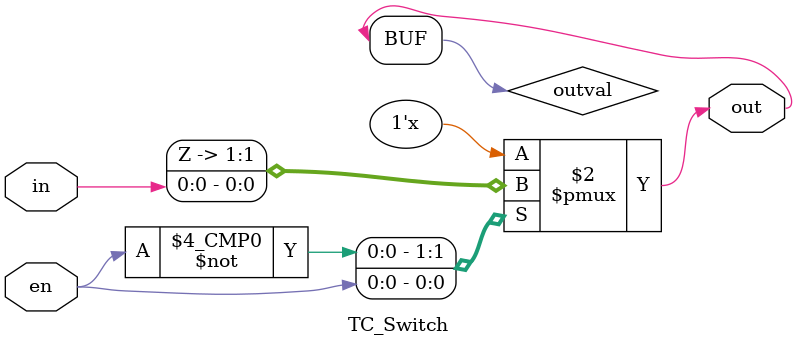
<source format=v>
module TC_Switch(en, in, out);
    parameter BIT_WIDTH = 1;
    input en;
    input [BIT_WIDTH-1:0] in;
    output [BIT_WIDTH-1:0] out;
    reg [BIT_WIDTH-1:0] outval;
    
    always @ (en or in) begin
        case(en)
        1'b0 : outval = {BIT_WIDTH{1'bZ}};
        1'b1 : outval = in;
        endcase
    end
    assign out = outval;
endmodule


</source>
